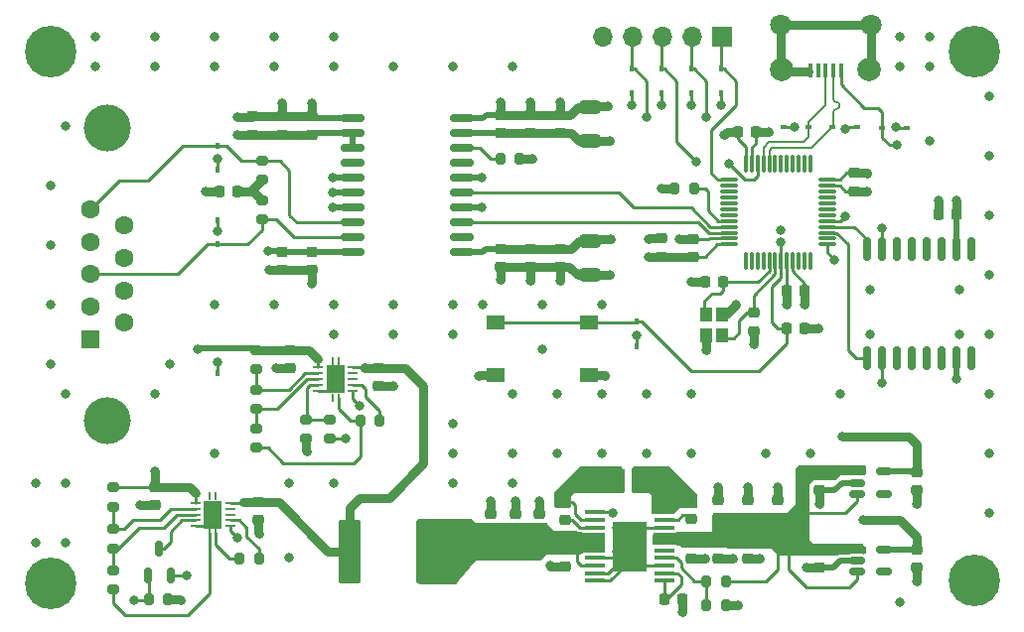
<source format=gtl>
G04 #@! TF.GenerationSoftware,KiCad,Pcbnew,6.0.11+dfsg-1*
G04 #@! TF.CreationDate,2024-04-01T21:29:23-07:00*
G04 #@! TF.ProjectId,car-logger,6361722d-6c6f-4676-9765-722e6b696361,v1*
G04 #@! TF.SameCoordinates,Original*
G04 #@! TF.FileFunction,Copper,L1,Top*
G04 #@! TF.FilePolarity,Positive*
%FSLAX46Y46*%
G04 Gerber Fmt 4.6, Leading zero omitted, Abs format (unit mm)*
G04 Created by KiCad (PCBNEW 6.0.11+dfsg-1) date 2024-04-01 21:29:23*
%MOMM*%
%LPD*%
G01*
G04 APERTURE LIST*
G04 Aperture macros list*
%AMRoundRect*
0 Rectangle with rounded corners*
0 $1 Rounding radius*
0 $2 $3 $4 $5 $6 $7 $8 $9 X,Y pos of 4 corners*
0 Add a 4 corners polygon primitive as box body*
4,1,4,$2,$3,$4,$5,$6,$7,$8,$9,$2,$3,0*
0 Add four circle primitives for the rounded corners*
1,1,$1+$1,$2,$3*
1,1,$1+$1,$4,$5*
1,1,$1+$1,$6,$7*
1,1,$1+$1,$8,$9*
0 Add four rect primitives between the rounded corners*
20,1,$1+$1,$2,$3,$4,$5,0*
20,1,$1+$1,$4,$5,$6,$7,0*
20,1,$1+$1,$6,$7,$8,$9,0*
20,1,$1+$1,$8,$9,$2,$3,0*%
G04 Aperture macros list end*
G04 #@! TA.AperFunction,SMDPad,CuDef*
%ADD10RoundRect,0.200000X-0.275000X0.200000X-0.275000X-0.200000X0.275000X-0.200000X0.275000X0.200000X0*%
G04 #@! TD*
G04 #@! TA.AperFunction,SMDPad,CuDef*
%ADD11R,0.600000X0.450000*%
G04 #@! TD*
G04 #@! TA.AperFunction,SMDPad,CuDef*
%ADD12RoundRect,0.225000X-0.225000X-0.250000X0.225000X-0.250000X0.225000X0.250000X-0.225000X0.250000X0*%
G04 #@! TD*
G04 #@! TA.AperFunction,SMDPad,CuDef*
%ADD13RoundRect,0.075000X0.075000X-0.662500X0.075000X0.662500X-0.075000X0.662500X-0.075000X-0.662500X0*%
G04 #@! TD*
G04 #@! TA.AperFunction,SMDPad,CuDef*
%ADD14RoundRect,0.075000X0.662500X-0.075000X0.662500X0.075000X-0.662500X0.075000X-0.662500X-0.075000X0*%
G04 #@! TD*
G04 #@! TA.AperFunction,SMDPad,CuDef*
%ADD15R,0.450000X0.600000*%
G04 #@! TD*
G04 #@! TA.AperFunction,SMDPad,CuDef*
%ADD16RoundRect,0.225000X0.225000X0.250000X-0.225000X0.250000X-0.225000X-0.250000X0.225000X-0.250000X0*%
G04 #@! TD*
G04 #@! TA.AperFunction,SMDPad,CuDef*
%ADD17RoundRect,0.225000X-0.250000X0.225000X-0.250000X-0.225000X0.250000X-0.225000X0.250000X0.225000X0*%
G04 #@! TD*
G04 #@! TA.AperFunction,SMDPad,CuDef*
%ADD18RoundRect,0.225000X0.250000X-0.225000X0.250000X0.225000X-0.250000X0.225000X-0.250000X-0.225000X0*%
G04 #@! TD*
G04 #@! TA.AperFunction,ComponentPad*
%ADD19R,1.700000X1.700000*%
G04 #@! TD*
G04 #@! TA.AperFunction,ComponentPad*
%ADD20O,1.700000X1.700000*%
G04 #@! TD*
G04 #@! TA.AperFunction,SMDPad,CuDef*
%ADD21R,0.850000X0.280000*%
G04 #@! TD*
G04 #@! TA.AperFunction,SMDPad,CuDef*
%ADD22R,0.280000X0.700000*%
G04 #@! TD*
G04 #@! TA.AperFunction,SMDPad,CuDef*
%ADD23R,1.650000X2.400000*%
G04 #@! TD*
G04 #@! TA.AperFunction,SMDPad,CuDef*
%ADD24RoundRect,0.200000X0.275000X-0.200000X0.275000X0.200000X-0.275000X0.200000X-0.275000X-0.200000X0*%
G04 #@! TD*
G04 #@! TA.AperFunction,SMDPad,CuDef*
%ADD25RoundRect,0.250000X0.650000X-0.325000X0.650000X0.325000X-0.650000X0.325000X-0.650000X-0.325000X0*%
G04 #@! TD*
G04 #@! TA.AperFunction,SMDPad,CuDef*
%ADD26R,1.550000X1.300000*%
G04 #@! TD*
G04 #@! TA.AperFunction,SMDPad,CuDef*
%ADD27RoundRect,0.250000X-0.375000X-0.850000X0.375000X-0.850000X0.375000X0.850000X-0.375000X0.850000X0*%
G04 #@! TD*
G04 #@! TA.AperFunction,SMDPad,CuDef*
%ADD28RoundRect,0.200000X0.200000X0.275000X-0.200000X0.275000X-0.200000X-0.275000X0.200000X-0.275000X0*%
G04 #@! TD*
G04 #@! TA.AperFunction,SMDPad,CuDef*
%ADD29RoundRect,0.150000X-0.512500X-0.150000X0.512500X-0.150000X0.512500X0.150000X-0.512500X0.150000X0*%
G04 #@! TD*
G04 #@! TA.AperFunction,SMDPad,CuDef*
%ADD30RoundRect,0.200000X-0.200000X-0.275000X0.200000X-0.275000X0.200000X0.275000X-0.200000X0.275000X0*%
G04 #@! TD*
G04 #@! TA.AperFunction,SMDPad,CuDef*
%ADD31RoundRect,0.150000X0.150000X-0.512500X0.150000X0.512500X-0.150000X0.512500X-0.150000X-0.512500X0*%
G04 #@! TD*
G04 #@! TA.AperFunction,SMDPad,CuDef*
%ADD32RoundRect,0.150000X0.875000X0.150000X-0.875000X0.150000X-0.875000X-0.150000X0.875000X-0.150000X0*%
G04 #@! TD*
G04 #@! TA.AperFunction,SMDPad,CuDef*
%ADD33RoundRect,0.250000X-0.650000X0.325000X-0.650000X-0.325000X0.650000X-0.325000X0.650000X0.325000X0*%
G04 #@! TD*
G04 #@! TA.AperFunction,ComponentPad*
%ADD34C,0.700000*%
G04 #@! TD*
G04 #@! TA.AperFunction,ComponentPad*
%ADD35C,4.400000*%
G04 #@! TD*
G04 #@! TA.AperFunction,SMDPad,CuDef*
%ADD36RoundRect,0.150000X-0.150000X0.875000X-0.150000X-0.875000X0.150000X-0.875000X0.150000X0.875000X0*%
G04 #@! TD*
G04 #@! TA.AperFunction,SMDPad,CuDef*
%ADD37R,1.000000X1.150000*%
G04 #@! TD*
G04 #@! TA.AperFunction,SMDPad,CuDef*
%ADD38RoundRect,0.250000X-0.712500X-2.475000X0.712500X-2.475000X0.712500X2.475000X-0.712500X2.475000X0*%
G04 #@! TD*
G04 #@! TA.AperFunction,SMDPad,CuDef*
%ADD39R,0.450000X1.300000*%
G04 #@! TD*
G04 #@! TA.AperFunction,ComponentPad*
%ADD40C,2.000000*%
G04 #@! TD*
G04 #@! TA.AperFunction,ComponentPad*
%ADD41C,1.800000*%
G04 #@! TD*
G04 #@! TA.AperFunction,ComponentPad*
%ADD42C,4.000000*%
G04 #@! TD*
G04 #@! TA.AperFunction,ComponentPad*
%ADD43R,1.600000X1.600000*%
G04 #@! TD*
G04 #@! TA.AperFunction,ComponentPad*
%ADD44C,1.600000*%
G04 #@! TD*
G04 #@! TA.AperFunction,SMDPad,CuDef*
%ADD45R,1.780000X0.420000*%
G04 #@! TD*
G04 #@! TA.AperFunction,SMDPad,CuDef*
%ADD46R,3.000000X4.200000*%
G04 #@! TD*
G04 #@! TA.AperFunction,ViaPad*
%ADD47C,0.800000*%
G04 #@! TD*
G04 #@! TA.AperFunction,Conductor*
%ADD48C,0.500000*%
G04 #@! TD*
G04 #@! TA.AperFunction,Conductor*
%ADD49C,0.250000*%
G04 #@! TD*
G04 #@! TA.AperFunction,Conductor*
%ADD50C,0.750000*%
G04 #@! TD*
G04 #@! TA.AperFunction,Conductor*
%ADD51C,0.200000*%
G04 #@! TD*
G04 APERTURE END LIST*
D10*
X103073984Y-102997000D03*
X103073984Y-104647000D03*
D11*
X160240000Y-68740000D03*
X162340000Y-68740000D03*
D12*
X150101000Y-108966000D03*
X151651000Y-108966000D03*
D13*
X157020000Y-80132500D03*
X157520000Y-80132500D03*
X158020000Y-80132500D03*
X158520000Y-80132500D03*
X159020000Y-80132500D03*
X159520000Y-80132500D03*
X160020000Y-80132500D03*
X160520000Y-80132500D03*
X161020000Y-80132500D03*
X161520000Y-80132500D03*
X162020000Y-80132500D03*
X162520000Y-80132500D03*
D14*
X163932500Y-78720000D03*
X163932500Y-78220000D03*
X163932500Y-77720000D03*
X163932500Y-77220000D03*
X163932500Y-76720000D03*
X163932500Y-76220000D03*
X163932500Y-75720000D03*
X163932500Y-75220000D03*
X163932500Y-74720000D03*
X163932500Y-74220000D03*
X163932500Y-73720000D03*
X163932500Y-73220000D03*
D13*
X162520000Y-71807500D03*
X162020000Y-71807500D03*
X161520000Y-71807500D03*
X161020000Y-71807500D03*
X160520000Y-71807500D03*
X160020000Y-71807500D03*
X159520000Y-71807500D03*
X159020000Y-71807500D03*
X158520000Y-71807500D03*
X158020000Y-71807500D03*
X157520000Y-71807500D03*
X157020000Y-71807500D03*
D14*
X155607500Y-73220000D03*
X155607500Y-73720000D03*
X155607500Y-74220000D03*
X155607500Y-74720000D03*
X155607500Y-75220000D03*
X155607500Y-75720000D03*
X155607500Y-76220000D03*
X155607500Y-76720000D03*
X155607500Y-77220000D03*
X155607500Y-77720000D03*
X155607500Y-78220000D03*
X155607500Y-78720000D03*
D15*
X147674516Y-87410000D03*
X147674516Y-85310000D03*
D16*
X155080000Y-81915000D03*
X153530000Y-81915000D03*
D17*
X152400000Y-100571000D03*
X152400000Y-102121000D03*
D18*
X152527000Y-79775000D03*
X152527000Y-78225000D03*
D17*
X157226000Y-103973420D03*
X157226000Y-105523420D03*
X138680000Y-79094420D03*
X138680000Y-80644420D03*
X154686000Y-103973420D03*
X154686000Y-105523420D03*
D16*
X113710000Y-74197900D03*
X112160000Y-74197900D03*
D11*
X170765000Y-68750000D03*
X168665000Y-68750000D03*
D19*
X155000000Y-61020000D03*
D20*
X152460000Y-61020000D03*
X149920000Y-61020000D03*
X147380000Y-61020000D03*
X144840000Y-61020000D03*
D17*
X141220000Y-79094420D03*
X141220000Y-80644420D03*
X152400000Y-104012500D03*
X152400000Y-105562500D03*
D10*
X103073984Y-99441000D03*
X103073984Y-101091000D03*
D17*
X171577000Y-98158000D03*
X171577000Y-99708000D03*
X139446000Y-101714000D03*
X139446000Y-103264000D03*
D18*
X117490000Y-69355000D03*
X117490000Y-67805000D03*
D15*
X111985000Y-76627900D03*
X111985000Y-78727900D03*
D10*
X115265484Y-94425000D03*
X115265484Y-96075000D03*
D21*
X120578484Y-89225710D03*
X120578484Y-89725710D03*
X120578484Y-90225710D03*
X120578484Y-90725710D03*
X120578484Y-91225710D03*
X123528484Y-91225710D03*
X123528484Y-90725710D03*
X123528484Y-90225710D03*
X123528484Y-89725710D03*
X123528484Y-89225710D03*
D22*
X122303484Y-88675710D03*
X122303484Y-91775710D03*
X121803484Y-91775710D03*
X121803484Y-88675710D03*
D23*
X122053484Y-90225710D03*
D18*
X137414000Y-103264000D03*
X137414000Y-101714000D03*
D17*
X118160984Y-87760710D03*
X118160984Y-89310710D03*
D24*
X115795000Y-73215000D03*
X115795000Y-71565000D03*
D25*
X143760000Y-69914420D03*
X143760000Y-66964420D03*
D18*
X141605000Y-102248000D03*
X141605000Y-100698000D03*
D15*
X149860000Y-65820000D03*
X149860000Y-63720000D03*
X111985000Y-72377900D03*
X111985000Y-70277900D03*
D26*
X143675000Y-89880000D03*
X135725000Y-89880000D03*
X135725000Y-85380000D03*
X143675000Y-85380000D03*
D17*
X125743484Y-89240710D03*
X125743484Y-90790710D03*
D18*
X138680000Y-69214420D03*
X138680000Y-67664420D03*
D27*
X145864000Y-98806000D03*
X148014000Y-98806000D03*
D17*
X163322000Y-104762000D03*
X163322000Y-106312000D03*
D24*
X121539000Y-95313000D03*
X121539000Y-93663000D03*
D18*
X141220000Y-69214420D03*
X141220000Y-67664420D03*
D10*
X103073984Y-106504500D03*
X103073984Y-108154500D03*
D16*
X162065000Y-82677000D03*
X160515000Y-82677000D03*
D15*
X154940000Y-65820000D03*
X154940000Y-63720000D03*
D17*
X115476484Y-100699500D03*
X115476484Y-102249500D03*
D28*
X125793000Y-93726000D03*
X124143000Y-93726000D03*
D29*
X166502500Y-104750000D03*
X166502500Y-105700000D03*
X166502500Y-106650000D03*
X168777500Y-106650000D03*
X168777500Y-104750000D03*
D28*
X155320000Y-107442000D03*
X153670000Y-107442000D03*
D10*
X115265484Y-87710710D03*
X115265484Y-89360710D03*
D21*
X110121484Y-100764500D03*
X110121484Y-101264500D03*
X110121484Y-101764500D03*
X110121484Y-102264500D03*
X110121484Y-102764500D03*
X113071484Y-102764500D03*
X113071484Y-102264500D03*
X113071484Y-101764500D03*
X113071484Y-101264500D03*
X113071484Y-100764500D03*
D22*
X111846484Y-103314500D03*
X111846484Y-100214500D03*
X111346484Y-103314500D03*
X111346484Y-100214500D03*
D23*
X111596484Y-101764500D03*
D30*
X106109000Y-109027000D03*
X107759000Y-109027000D03*
X153670000Y-109474000D03*
X155320000Y-109474000D03*
D24*
X115795000Y-76580000D03*
X115795000Y-74930000D03*
D11*
X166500000Y-68740000D03*
X164400000Y-68740000D03*
D10*
X119557516Y-93663000D03*
X119557516Y-95313000D03*
D18*
X149860000Y-79769000D03*
X149860000Y-78219000D03*
D10*
X115265484Y-91123000D03*
X115265484Y-92773000D03*
D17*
X171577000Y-104762000D03*
X171577000Y-106312000D03*
D18*
X120030000Y-69355000D03*
X120030000Y-67805000D03*
D17*
X117490000Y-79357100D03*
X117490000Y-80907100D03*
D31*
X106081484Y-106928500D03*
X107981484Y-106928500D03*
X107031484Y-104653500D03*
D15*
X112014000Y-89696000D03*
X112014000Y-87596000D03*
D16*
X175019000Y-76165000D03*
X173469000Y-76165000D03*
D28*
X137731000Y-71374000D03*
X136081000Y-71374000D03*
D12*
X156324000Y-69088000D03*
X157874000Y-69088000D03*
X160515000Y-85852000D03*
X162065000Y-85852000D03*
D28*
X115506000Y-105537000D03*
X113856000Y-105537000D03*
D17*
X166243000Y-72631000D03*
X166243000Y-74181000D03*
X141605000Y-104635000D03*
X141605000Y-106185000D03*
X163322000Y-98144420D03*
X163322000Y-99694420D03*
D18*
X135255000Y-103264000D03*
X135255000Y-101714000D03*
D32*
X132810000Y-79375000D03*
X132810000Y-78105000D03*
X132810000Y-76835000D03*
X132810000Y-75565000D03*
X132810000Y-74295000D03*
X132810000Y-73025000D03*
X132810000Y-71755000D03*
X132810000Y-70485000D03*
X132810000Y-69215000D03*
X132810000Y-67945000D03*
X123510000Y-67945000D03*
X123510000Y-69215000D03*
X123510000Y-70485000D03*
X123510000Y-71755000D03*
X123510000Y-73025000D03*
X123510000Y-74295000D03*
X123510000Y-75565000D03*
X123510000Y-76835000D03*
X123510000Y-78105000D03*
X123510000Y-79375000D03*
D15*
X152400000Y-65820000D03*
X152400000Y-63720000D03*
D28*
X152590000Y-73914000D03*
X150940000Y-73914000D03*
D33*
X143760000Y-78394420D03*
X143760000Y-81344420D03*
D15*
X147320000Y-65820000D03*
X147320000Y-63720000D03*
D34*
X97790000Y-60580000D03*
X96623274Y-61063274D03*
X99440000Y-62230000D03*
D35*
X97790000Y-62230000D03*
D34*
X96623274Y-63396726D03*
X98956726Y-63396726D03*
X96140000Y-62230000D03*
X98956726Y-61063274D03*
X97790000Y-63880000D03*
D17*
X106680000Y-99428000D03*
X106680000Y-100978000D03*
X157734000Y-84569000D03*
X157734000Y-86119000D03*
D36*
X176209516Y-79135000D03*
X174939516Y-79135000D03*
X173669516Y-79135000D03*
X172399516Y-79135000D03*
X171129516Y-79135000D03*
X169859516Y-79135000D03*
X168589516Y-79135000D03*
X167319516Y-79135000D03*
X167319516Y-88435000D03*
X168589516Y-88435000D03*
X169859516Y-88435000D03*
X171129516Y-88435000D03*
X172399516Y-88435000D03*
X173669516Y-88435000D03*
X174939516Y-88435000D03*
X176209516Y-88435000D03*
D17*
X120030000Y-79357100D03*
X120030000Y-80907100D03*
D18*
X136140000Y-69214420D03*
X136140000Y-67664420D03*
X154686000Y-102121000D03*
X154686000Y-100571000D03*
X157226000Y-102050420D03*
X157226000Y-100500420D03*
D34*
X174814516Y-62230000D03*
X175297790Y-61063274D03*
X178114516Y-62230000D03*
D35*
X176464516Y-62230000D03*
D34*
X177631242Y-63396726D03*
X176464516Y-60580000D03*
X177631242Y-61063274D03*
X175297790Y-63396726D03*
X176464516Y-63880000D03*
D18*
X159766000Y-102051000D03*
X159766000Y-100501000D03*
X114950000Y-69355000D03*
X114950000Y-67805000D03*
D34*
X97724516Y-105960000D03*
X96074516Y-107610000D03*
X98891242Y-106443274D03*
X96557790Y-106443274D03*
X99374516Y-107610000D03*
X97724516Y-109260000D03*
X98891242Y-108776726D03*
D35*
X97724516Y-107610000D03*
D34*
X96557790Y-108776726D03*
D37*
X153605000Y-84723000D03*
X153605000Y-86473000D03*
X155005000Y-86473000D03*
X155005000Y-84723000D03*
D38*
X123231500Y-104902000D03*
X130006500Y-104902000D03*
D29*
X166502500Y-98110000D03*
X166502500Y-99060000D03*
X166502500Y-100010000D03*
X168777500Y-100010000D03*
X168777500Y-98110000D03*
D34*
X177631242Y-106193274D03*
X174814516Y-107360000D03*
X175297790Y-106193274D03*
X177631242Y-108526726D03*
X178114516Y-107360000D03*
D35*
X176464516Y-107360000D03*
D34*
X175297790Y-108526726D03*
X176464516Y-109010000D03*
X176464516Y-105710000D03*
D39*
X165130000Y-63870000D03*
X164480000Y-63870000D03*
X163830000Y-63870000D03*
X163180000Y-63870000D03*
X162530000Y-63870000D03*
D40*
X160105000Y-63820000D03*
D41*
X159955000Y-60020000D03*
D40*
X167555000Y-63820000D03*
D41*
X167705000Y-60020000D03*
D42*
X102604185Y-93755000D03*
X102604185Y-68755000D03*
D43*
X101184185Y-86795000D03*
D44*
X101184185Y-84025000D03*
X101184185Y-81255000D03*
X101184185Y-78485000D03*
X101184185Y-75715000D03*
X104024185Y-85410000D03*
X104024185Y-82640000D03*
X104024185Y-79870000D03*
X104024185Y-77100000D03*
D17*
X136110000Y-79094420D03*
X136110000Y-80644420D03*
D45*
X144130000Y-101569420D03*
X144130000Y-102219420D03*
X144130000Y-102869420D03*
X144130000Y-103519420D03*
X144130000Y-104169420D03*
X144130000Y-104819420D03*
X144130000Y-105469420D03*
X144130000Y-106119420D03*
X144130000Y-106769420D03*
X144130000Y-107419420D03*
X150070000Y-107419420D03*
X150070000Y-106769420D03*
X150070000Y-106119420D03*
X150070000Y-105469420D03*
X150070000Y-104819420D03*
X150070000Y-104169420D03*
X150070000Y-103519420D03*
X150070000Y-102869420D03*
X150070000Y-102219420D03*
X150070000Y-101569420D03*
D46*
X147100000Y-104494420D03*
D47*
X145542000Y-78232000D03*
X155194000Y-69342000D03*
X167386000Y-72644000D03*
X175006000Y-74930000D03*
X138811000Y-71374000D03*
X162052000Y-83820000D03*
X148590000Y-67818000D03*
X165227000Y-95123000D03*
X148717000Y-79756000D03*
X144780000Y-83820000D03*
X152400000Y-91440000D03*
X132080000Y-63500000D03*
X167386000Y-74168000D03*
X175006000Y-90170000D03*
X177800000Y-76200000D03*
X136144000Y-66548000D03*
X148590000Y-91440000D03*
X121920000Y-60960000D03*
X106680000Y-60960000D03*
X132080000Y-93980000D03*
X177800000Y-86360000D03*
X97790000Y-78740000D03*
X137160000Y-91440000D03*
X177800000Y-71120000D03*
X141224000Y-81788000D03*
X157734000Y-87249000D03*
X160528000Y-83820000D03*
X136110000Y-81754000D03*
X127000000Y-86360000D03*
X140970000Y-96520000D03*
X107950000Y-88900000D03*
X159766000Y-99441000D03*
X109347000Y-106934000D03*
X177800000Y-91440000D03*
X173482000Y-74930000D03*
X160020000Y-77470000D03*
X105410000Y-100965000D03*
X116840000Y-60960000D03*
X148082000Y-104902000D03*
X167640000Y-86360000D03*
X132080000Y-86360000D03*
X172720000Y-60960000D03*
X149860000Y-66802000D03*
X153670000Y-87757000D03*
X171577000Y-100838000D03*
X172720000Y-63500000D03*
X159004000Y-69088000D03*
X121920000Y-99060000D03*
X97790000Y-73660000D03*
X152400000Y-96520000D03*
X111760000Y-63500000D03*
X135255000Y-100584000D03*
X171577000Y-107442000D03*
X148590000Y-96520000D03*
X113665000Y-103759000D03*
X169799000Y-68707000D03*
X161163000Y-68707000D03*
X144780000Y-91440000D03*
X101600000Y-60960000D03*
X132080000Y-83820000D03*
X127000000Y-90805000D03*
X149860000Y-73914000D03*
X134493000Y-73025000D03*
X134493000Y-75565000D03*
X101600000Y-63500000D03*
X158750000Y-96520000D03*
X137160000Y-99060000D03*
X163195000Y-85852000D03*
X165100000Y-91440000D03*
X121920000Y-63500000D03*
X140335000Y-106159000D03*
X152400000Y-66802000D03*
X137414000Y-100584000D03*
X158242000Y-105537000D03*
X154686000Y-99441000D03*
X111760000Y-96520000D03*
X97790000Y-83820000D03*
X121920000Y-83820000D03*
X175260000Y-82550000D03*
X139700000Y-83820000D03*
X116967000Y-89281000D03*
X162179000Y-106299000D03*
X118110000Y-105410000D03*
X147696701Y-86491299D03*
X106680000Y-63500000D03*
X163322000Y-100838000D03*
X177800000Y-96520000D03*
X99060000Y-91440000D03*
X112014000Y-77597000D03*
X134239000Y-89916000D03*
X137160000Y-96520000D03*
X97790000Y-88900000D03*
X99060000Y-68580000D03*
X145669000Y-101600000D03*
X145288000Y-66929000D03*
X119634000Y-96393000D03*
X145415000Y-81280000D03*
X112014000Y-71374000D03*
X108839000Y-109093000D03*
X147320000Y-66802000D03*
X177800000Y-66040000D03*
X170180000Y-63500000D03*
X157226000Y-99441000D03*
X146050000Y-104902000D03*
X162560000Y-96520000D03*
X118110000Y-99060000D03*
X154940000Y-66802000D03*
X177800000Y-81280000D03*
X152400000Y-81915000D03*
X116840000Y-83820000D03*
X148717000Y-78232000D03*
X99060000Y-99060000D03*
X138684000Y-81788000D03*
X99060000Y-104140000D03*
X145034000Y-89916000D03*
X156337000Y-109474000D03*
X127000000Y-63500000D03*
X147066000Y-106045000D03*
X134620000Y-83820000D03*
X141224000Y-66548000D03*
X132080000Y-96520000D03*
X151638000Y-110109000D03*
X172720000Y-69850000D03*
X146050000Y-102870000D03*
X170180000Y-109220000D03*
X96520000Y-104140000D03*
X111760000Y-83820000D03*
X96520000Y-99060000D03*
X147066000Y-103886000D03*
X124079000Y-92456000D03*
X148082000Y-102870000D03*
X115570000Y-103378000D03*
X111760000Y-60960000D03*
X116840000Y-63500000D03*
X170180000Y-60960000D03*
X127000000Y-83820000D03*
X106680000Y-91440000D03*
X139446000Y-100584000D03*
X175260000Y-86360000D03*
X167640000Y-82550000D03*
X139700000Y-87630000D03*
X144780000Y-96520000D03*
X155909500Y-105537000D03*
X153543000Y-105537000D03*
X165481000Y-68834000D03*
X112014000Y-88773000D03*
X138684000Y-66548000D03*
X137160000Y-63500000D03*
X177800000Y-101600000D03*
X156210000Y-83820000D03*
X151384000Y-78232000D03*
X140970000Y-91440000D03*
X121920000Y-86360000D03*
X132080000Y-99060000D03*
X152781000Y-71628000D03*
X160020000Y-78486000D03*
X145415000Y-69850000D03*
X167005000Y-102235000D03*
X110270000Y-87664000D03*
X122936000Y-95250000D03*
X104902000Y-109093000D03*
X169926000Y-70231000D03*
X106680000Y-98044000D03*
X113665000Y-69342000D03*
X116332000Y-79248000D03*
X110998000Y-74168000D03*
X121793000Y-75565000D03*
X116362000Y-80899000D03*
X121793000Y-74295000D03*
X113665000Y-67818000D03*
X120015000Y-82042000D03*
X117475000Y-66675000D03*
X121793000Y-73025000D03*
X120015000Y-66675000D03*
X153670000Y-67818000D03*
X155629079Y-71827921D03*
X168656000Y-77343000D03*
X164592000Y-80010000D03*
X168656000Y-90551000D03*
X165481000Y-76327000D03*
D48*
X134620000Y-79375000D02*
X134874000Y-79121000D01*
X174939516Y-77530516D02*
X175019000Y-77451032D01*
D49*
X147540000Y-63720000D02*
X148590000Y-64770000D01*
D48*
X134874000Y-79121000D02*
X136083420Y-79121000D01*
D50*
X171577000Y-98158000D02*
X171577000Y-95758000D01*
D49*
X163932500Y-73220000D02*
X165032000Y-73220000D01*
D50*
X143922420Y-78232000D02*
X143760000Y-78394420D01*
D49*
X165032000Y-73220000D02*
X165621000Y-72631000D01*
D50*
X141220000Y-79094420D02*
X142139580Y-79094420D01*
X142139580Y-79094420D02*
X142839580Y-78394420D01*
D49*
X147320000Y-63720000D02*
X147320000Y-61080000D01*
D50*
X145542000Y-78232000D02*
X143922420Y-78232000D01*
D49*
X148590000Y-67310000D02*
X148590000Y-67818000D01*
X165621000Y-72631000D02*
X166243000Y-72631000D01*
X154579000Y-78720000D02*
X153524000Y-79775000D01*
D48*
X168777500Y-98110000D02*
X171529000Y-98110000D01*
D50*
X148730000Y-79769000D02*
X148717000Y-79756000D01*
X149860000Y-79769000D02*
X152521000Y-79769000D01*
X171577000Y-95758000D02*
X170942000Y-95123000D01*
X162065000Y-82677000D02*
X162065000Y-83807000D01*
D48*
X175019000Y-77451032D02*
X175019000Y-76165000D01*
D50*
X155194000Y-69342000D02*
X155448000Y-69088000D01*
X155448000Y-69088000D02*
X156324000Y-69088000D01*
X166243000Y-72631000D02*
X167373000Y-72631000D01*
X170942000Y-95123000D02*
X165227000Y-95123000D01*
D49*
X155607500Y-78720000D02*
X154579000Y-78720000D01*
X157020000Y-71807500D02*
X157020000Y-70406000D01*
X153524000Y-79775000D02*
X152527000Y-79775000D01*
D50*
X175019000Y-76165000D02*
X175019000Y-74943000D01*
X138680000Y-79094420D02*
X141220000Y-79094420D01*
X162065000Y-83807000D02*
X162052000Y-83820000D01*
X142839580Y-78394420D02*
X143760000Y-78394420D01*
X137731000Y-71374000D02*
X138811000Y-71374000D01*
D49*
X157020000Y-70406000D02*
X156324000Y-69710000D01*
D50*
X136110000Y-79094420D02*
X138680000Y-79094420D01*
X167373000Y-72631000D02*
X167386000Y-72644000D01*
D49*
X162065000Y-82055000D02*
X162065000Y-82677000D01*
X161020000Y-80132500D02*
X161020000Y-81010000D01*
X161020000Y-81010000D02*
X162065000Y-82055000D01*
D48*
X132810000Y-79375000D02*
X134620000Y-79375000D01*
D49*
X147320000Y-63720000D02*
X147540000Y-63720000D01*
D50*
X149860000Y-79769000D02*
X148730000Y-79769000D01*
D48*
X174939516Y-79135000D02*
X174939516Y-77530516D01*
D49*
X148590000Y-64770000D02*
X148590000Y-67310000D01*
X156324000Y-69710000D02*
X156324000Y-69088000D01*
D50*
X175019000Y-74943000D02*
X175006000Y-74930000D01*
X144998000Y-89880000D02*
X145034000Y-89916000D01*
X153530000Y-81915000D02*
X152400000Y-81915000D01*
D48*
X132810000Y-73025000D02*
X134493000Y-73025000D01*
X141220000Y-81784000D02*
X141224000Y-81788000D01*
D49*
X165494000Y-74181000D02*
X166243000Y-74181000D01*
D50*
X141220000Y-80644420D02*
X141985420Y-80644420D01*
X160230001Y-63945001D02*
X162380000Y-63945001D01*
X143760000Y-81344420D02*
X145350580Y-81344420D01*
X105423000Y-100978000D02*
X105410000Y-100965000D01*
D49*
X123528484Y-91225710D02*
X123528484Y-91905484D01*
X113071484Y-103165484D02*
X113665000Y-103759000D01*
D50*
X171577000Y-106312000D02*
X171577000Y-107442000D01*
X135255000Y-101714000D02*
X135255000Y-100584000D01*
D49*
X147674516Y-87410000D02*
X147674516Y-86513484D01*
X112014000Y-72263000D02*
X112014000Y-71374000D01*
D50*
X154686000Y-105523420D02*
X155895920Y-105523420D01*
X138680000Y-67664420D02*
X138680000Y-66552000D01*
X138680000Y-67664420D02*
X141220000Y-67664420D01*
D48*
X132810000Y-75565000D02*
X134493000Y-75565000D01*
D50*
X141985420Y-80644420D02*
X142685420Y-81344420D01*
X141220000Y-80644420D02*
X141220000Y-81784000D01*
X151391000Y-78225000D02*
X151384000Y-78232000D01*
X141220000Y-67664420D02*
X141220000Y-66552000D01*
D49*
X123528484Y-91905484D02*
X124079000Y-92456000D01*
D50*
X143675000Y-89880000D02*
X144998000Y-89880000D01*
X136110000Y-80644420D02*
X136110000Y-81754000D01*
X151651000Y-108966000D02*
X151651000Y-110096000D01*
X166243000Y-74181000D02*
X167373000Y-74181000D01*
X134275000Y-89880000D02*
X134239000Y-89916000D01*
X148730000Y-78219000D02*
X148717000Y-78232000D01*
D49*
X154940000Y-65820000D02*
X154940000Y-66802000D01*
D50*
X118160984Y-89310710D02*
X116996710Y-89310710D01*
D48*
X166502500Y-105700000D02*
X165064000Y-105700000D01*
X134900580Y-67664420D02*
X136140000Y-67664420D01*
D49*
X147320000Y-65820000D02*
X147320000Y-66802000D01*
X144130000Y-106769420D02*
X145230000Y-106769420D01*
D50*
X141220000Y-67664420D02*
X142012580Y-67664420D01*
X125743484Y-90790710D02*
X126985710Y-90790710D01*
X171577000Y-99708000D02*
X171577000Y-100838000D01*
X160515000Y-82677000D02*
X160515000Y-83807000D01*
X108773000Y-109027000D02*
X108839000Y-109093000D01*
D49*
X145437580Y-107419420D02*
X147100000Y-105757000D01*
X160515000Y-81547000D02*
X160520000Y-81542000D01*
D50*
X119557516Y-96316516D02*
X119634000Y-96393000D01*
D48*
X164452000Y-106312000D02*
X163322000Y-106312000D01*
D49*
X157874000Y-70091000D02*
X157874000Y-69088000D01*
D50*
X157226000Y-100500420D02*
X157226000Y-99441000D01*
D49*
X165575000Y-68740000D02*
X165481000Y-68834000D01*
X160240000Y-68740000D02*
X161130000Y-68740000D01*
D50*
X167705000Y-60020000D02*
X167705000Y-63670000D01*
D48*
X136140000Y-66552000D02*
X136144000Y-66548000D01*
X165064000Y-105700000D02*
X164452000Y-106312000D01*
D50*
X160515000Y-83807000D02*
X160528000Y-83820000D01*
X159955000Y-60020000D02*
X159955000Y-63670000D01*
D48*
X174939516Y-90103516D02*
X175006000Y-90170000D01*
D50*
X152527000Y-78225000D02*
X151391000Y-78225000D01*
D49*
X152400000Y-65820000D02*
X152400000Y-66802000D01*
D50*
X153605000Y-86473000D02*
X153605000Y-87692000D01*
D49*
X111985000Y-77568000D02*
X112014000Y-77597000D01*
D50*
X159955000Y-60020000D02*
X167705000Y-60020000D01*
D49*
X170765000Y-68750000D02*
X169842000Y-68750000D01*
D50*
X150940000Y-73914000D02*
X149860000Y-73914000D01*
X158228420Y-105523420D02*
X158242000Y-105537000D01*
D49*
X160520000Y-81542000D02*
X160520000Y-80132500D01*
D50*
X173469000Y-74943000D02*
X173482000Y-74930000D01*
X115476484Y-102249500D02*
X115476484Y-103284484D01*
D49*
X150070000Y-106119420D02*
X147140420Y-106119420D01*
X150070000Y-102869420D02*
X148082580Y-102869420D01*
D48*
X141220000Y-66552000D02*
X141224000Y-66548000D01*
D50*
X136140000Y-67664420D02*
X138680000Y-67664420D01*
D49*
X161130000Y-68740000D02*
X161163000Y-68707000D01*
D50*
X149860000Y-78219000D02*
X148730000Y-78219000D01*
X137414000Y-101714000D02*
X137414000Y-100584000D01*
D48*
X174939516Y-88435000D02*
X174939516Y-90103516D01*
D50*
X140361000Y-106185000D02*
X140335000Y-106159000D01*
D49*
X157520000Y-70445000D02*
X157874000Y-70091000D01*
D50*
X115476484Y-103284484D02*
X115570000Y-103378000D01*
X155307000Y-84723000D02*
X156210000Y-83820000D01*
X155895920Y-105523420D02*
X155909500Y-105537000D01*
X142712580Y-66964420D02*
X143760000Y-66964420D01*
X135725000Y-89880000D02*
X134275000Y-89880000D01*
X173469000Y-76165000D02*
X173469000Y-74943000D01*
X156337000Y-109474000D02*
X155320000Y-109474000D01*
X141220000Y-80644420D02*
X138680000Y-80644420D01*
D49*
X166500000Y-68740000D02*
X165575000Y-68740000D01*
D48*
X164592580Y-99694420D02*
X163322000Y-99694420D01*
D49*
X157520000Y-71807500D02*
X157520000Y-70445000D01*
D50*
X151651000Y-110096000D02*
X151638000Y-110109000D01*
D49*
X144130000Y-101569420D02*
X145638420Y-101569420D01*
D50*
X154686000Y-100571000D02*
X154686000Y-99441000D01*
X152400000Y-105562500D02*
X153517500Y-105562500D01*
D49*
X112014000Y-88773000D02*
X112014000Y-89696000D01*
D50*
X155005000Y-84723000D02*
X155307000Y-84723000D01*
X139446000Y-101714000D02*
X139446000Y-100584000D01*
X119557516Y-95313000D02*
X119557516Y-96316516D01*
D49*
X165033000Y-73720000D02*
X165494000Y-74181000D01*
D50*
X143795420Y-66929000D02*
X143760000Y-66964420D01*
D49*
X160515000Y-82677000D02*
X160515000Y-81547000D01*
X144130000Y-105469420D02*
X146125000Y-105469420D01*
D50*
X142012580Y-67664420D02*
X142712580Y-66964420D01*
D49*
X155607500Y-78220000D02*
X153936000Y-78220000D01*
D50*
X145288000Y-66929000D02*
X143795420Y-66929000D01*
D49*
X109341500Y-106928500D02*
X109347000Y-106934000D01*
D48*
X165227000Y-99060000D02*
X164592580Y-99694420D01*
X138680000Y-81784000D02*
X138684000Y-81788000D01*
D49*
X149860000Y-65820000D02*
X149860000Y-66802000D01*
X144130000Y-107419420D02*
X145437580Y-107419420D01*
D50*
X159766000Y-100501000D02*
X159766000Y-99441000D01*
X141605000Y-106185000D02*
X140361000Y-106185000D01*
D49*
X169842000Y-68750000D02*
X169799000Y-68707000D01*
D50*
X157226000Y-105523420D02*
X158228420Y-105523420D01*
X136140000Y-67664420D02*
X136140000Y-66552000D01*
X106680000Y-100978000D02*
X105423000Y-100978000D01*
X142685420Y-81344420D02*
X143760000Y-81344420D01*
X157734000Y-86119000D02*
X157734000Y-87249000D01*
D49*
X163932500Y-73720000D02*
X165033000Y-73720000D01*
D50*
X167373000Y-74181000D02*
X167386000Y-74168000D01*
D48*
X134620000Y-67945000D02*
X134900580Y-67664420D01*
D50*
X157874000Y-69088000D02*
X159004000Y-69088000D01*
D49*
X153924000Y-78232000D02*
X152534000Y-78232000D01*
D48*
X132810000Y-67945000D02*
X134620000Y-67945000D01*
D50*
X138680000Y-80644420D02*
X136110000Y-80644420D01*
D49*
X107981484Y-106928500D02*
X109341500Y-106928500D01*
X147674516Y-86513484D02*
X147696701Y-86491299D01*
D50*
X126985710Y-90790710D02*
X127000000Y-90805000D01*
X107759000Y-109027000D02*
X108773000Y-109027000D01*
X153605000Y-87692000D02*
X153670000Y-87757000D01*
X163322000Y-99694420D02*
X163322000Y-100838000D01*
X145350580Y-81344420D02*
X145415000Y-81280000D01*
D48*
X138680000Y-66552000D02*
X138684000Y-66548000D01*
D49*
X145230000Y-106769420D02*
X147100000Y-104899420D01*
X145638420Y-101569420D02*
X145669000Y-101600000D01*
D48*
X166502500Y-99060000D02*
X165227000Y-99060000D01*
D50*
X162065000Y-85852000D02*
X163195000Y-85852000D01*
D49*
X113071484Y-102764500D02*
X113071484Y-103165484D01*
D50*
X116996710Y-89310710D02*
X116967000Y-89281000D01*
D49*
X111985000Y-76627900D02*
X111985000Y-77568000D01*
D50*
X162192000Y-106312000D02*
X162179000Y-106299000D01*
X138680000Y-80644420D02*
X138680000Y-81784000D01*
X163322000Y-106312000D02*
X162192000Y-106312000D01*
D49*
X153936000Y-78220000D02*
X153924000Y-78232000D01*
X158115000Y-89535000D02*
X160515000Y-87135000D01*
X159258000Y-85344000D02*
X159766000Y-85852000D01*
X147674516Y-85310000D02*
X148175000Y-85310000D01*
X151130000Y-64770000D02*
X151130000Y-69977000D01*
X160020000Y-81534000D02*
X159258000Y-82296000D01*
X159766000Y-85852000D02*
X160515000Y-85852000D01*
X159258000Y-82296000D02*
X159258000Y-85344000D01*
X150080000Y-63720000D02*
X151130000Y-64770000D01*
X160020000Y-80132500D02*
X160020000Y-81534000D01*
X152400000Y-89535000D02*
X158115000Y-89535000D01*
X135725000Y-85380000D02*
X143675000Y-85380000D01*
X151130000Y-69977000D02*
X152781000Y-71628000D01*
X160020000Y-78486000D02*
X160020000Y-80132500D01*
X160515000Y-87135000D02*
X160515000Y-85852000D01*
X149860000Y-63720000D02*
X150080000Y-63720000D01*
X148175000Y-85310000D02*
X152400000Y-89535000D01*
X149860000Y-63720000D02*
X149860000Y-61080000D01*
X143675000Y-85380000D02*
X147604516Y-85380000D01*
X154122000Y-82931000D02*
X154813000Y-82931000D01*
X155080000Y-82664000D02*
X155080000Y-81915000D01*
X153505000Y-83548000D02*
X154122000Y-82931000D01*
X155080000Y-81915000D02*
X158040685Y-81915000D01*
X159020000Y-80935685D02*
X159020000Y-80132500D01*
X154813000Y-82931000D02*
X155080000Y-82664000D01*
X153505000Y-84498000D02*
X153505000Y-83548000D01*
X158040685Y-81915000D02*
X159020000Y-80935685D01*
X157112000Y-84569000D02*
X156464000Y-85217000D01*
X155999000Y-86698000D02*
X155105000Y-86698000D01*
X156464000Y-85217000D02*
X156464000Y-86233000D01*
X156464000Y-86233000D02*
X155999000Y-86698000D01*
X159520000Y-80132500D02*
X159520000Y-81272000D01*
X159520000Y-81272000D02*
X157734000Y-83058000D01*
X157734000Y-83058000D02*
X157734000Y-84569000D01*
X157734000Y-84569000D02*
X157112000Y-84569000D01*
D50*
X141220000Y-69214420D02*
X142112420Y-69214420D01*
X142812420Y-69914420D02*
X143760000Y-69914420D01*
D48*
X168777500Y-104750000D02*
X171565000Y-104750000D01*
D50*
X171577000Y-103632000D02*
X171577000Y-104762000D01*
X138680000Y-69214420D02*
X141220000Y-69214420D01*
X142112420Y-69214420D02*
X142812420Y-69914420D01*
X136140000Y-69214420D02*
X138680000Y-69214420D01*
D48*
X132810000Y-69215000D02*
X136139420Y-69215000D01*
D50*
X167005000Y-102235000D02*
X170180000Y-102235000D01*
X170180000Y-102235000D02*
X171577000Y-103632000D01*
X143824420Y-69850000D02*
X143760000Y-69914420D01*
X145415000Y-69850000D02*
X143824420Y-69850000D01*
D49*
X120578484Y-89225710D02*
X120578484Y-88574484D01*
D48*
X110338000Y-87596000D02*
X112014000Y-87596000D01*
D49*
X120578484Y-88574484D02*
X120523000Y-88519000D01*
X122873000Y-95313000D02*
X122936000Y-95250000D01*
X106043000Y-109093000D02*
X106109000Y-109027000D01*
D50*
X115265484Y-87710710D02*
X118110984Y-87710710D01*
D48*
X110270000Y-87664000D02*
X110338000Y-87596000D01*
D50*
X118160984Y-87760710D02*
X119764710Y-87760710D01*
D49*
X104902000Y-109093000D02*
X106043000Y-109093000D01*
X121539000Y-95313000D02*
X122873000Y-95313000D01*
X106109000Y-109027000D02*
X106109000Y-106956016D01*
D50*
X119764710Y-87760710D02*
X120523000Y-88519000D01*
D48*
X112014000Y-87596000D02*
X115150774Y-87596000D01*
D49*
X106109000Y-106956016D02*
X106081484Y-106928500D01*
X110121484Y-99961484D02*
X110121484Y-100764500D01*
X167132000Y-67056000D02*
X168275000Y-67056000D01*
X110109000Y-99949000D02*
X110121484Y-99961484D01*
X168665000Y-69605000D02*
X168665000Y-68750000D01*
X169291000Y-70231000D02*
X168665000Y-69605000D01*
X168656000Y-67437000D02*
X168656000Y-68741000D01*
D50*
X106680000Y-99428000D02*
X109588000Y-99428000D01*
D49*
X165130000Y-63870000D02*
X165130000Y-65054000D01*
X165130000Y-65054000D02*
X167132000Y-67056000D01*
X168275000Y-67056000D02*
X168656000Y-67437000D01*
X106680000Y-99428000D02*
X103086984Y-99428000D01*
D50*
X106680000Y-98044000D02*
X106680000Y-99428000D01*
X109588000Y-99428000D02*
X110109000Y-99949000D01*
D49*
X169926000Y-70231000D02*
X169291000Y-70231000D01*
D50*
X114184500Y-100699500D02*
X114173000Y-100711000D01*
D49*
X114119500Y-100764500D02*
X114173000Y-100711000D01*
D50*
X129540000Y-97409000D02*
X126619000Y-100330000D01*
X127975710Y-89240710D02*
X129540000Y-90805000D01*
X115476484Y-100699500D02*
X114184500Y-100699500D01*
X126619000Y-100330000D02*
X124079000Y-100330000D01*
X115476484Y-100699500D02*
X117209500Y-100699500D01*
D49*
X123528484Y-89225710D02*
X124515290Y-89225710D01*
D50*
X124530290Y-89240710D02*
X124515290Y-89225710D01*
X124079000Y-100330000D02*
X123231500Y-101177500D01*
X125743484Y-89240710D02*
X124530290Y-89240710D01*
X129540000Y-90805000D02*
X129540000Y-97409000D01*
X125743484Y-89240710D02*
X127975710Y-89240710D01*
D49*
X113071484Y-100764500D02*
X114119500Y-100764500D01*
D50*
X121412000Y-104902000D02*
X123231500Y-104902000D01*
X117209500Y-100699500D02*
X121412000Y-104902000D01*
X123231500Y-101177500D02*
X123231500Y-104902000D01*
D49*
X142621000Y-105791000D02*
X142621000Y-105029000D01*
X144130000Y-106119420D02*
X142949420Y-106119420D01*
X142949420Y-106119420D02*
X142621000Y-105791000D01*
X142240000Y-102235000D02*
X141618000Y-102235000D01*
X144130000Y-102869420D02*
X142874420Y-102869420D01*
X142874420Y-102869420D02*
X142240000Y-102235000D01*
X142494000Y-100965000D02*
X142227000Y-100698000D01*
X142227000Y-100698000D02*
X141605000Y-100698000D01*
X142494000Y-101723420D02*
X142494000Y-100965000D01*
X142990000Y-102219420D02*
X142494000Y-101723420D01*
X144130000Y-102219420D02*
X142990000Y-102219420D01*
X150070000Y-102219420D02*
X151251458Y-102219420D01*
X151638000Y-101832878D02*
X152111878Y-101832878D01*
X151251458Y-102219420D02*
X151638000Y-101832878D01*
X151219420Y-106769420D02*
X151511000Y-107061000D01*
X151511000Y-107061000D02*
X151511000Y-107696000D01*
X150070000Y-106769420D02*
X151219420Y-106769420D01*
X150101000Y-108966000D02*
X150101000Y-107450420D01*
X151511000Y-107696000D02*
X150241000Y-108966000D01*
D50*
X117490000Y-69355000D02*
X120030000Y-69355000D01*
D48*
X123510000Y-70485000D02*
X123510000Y-69215000D01*
X113678000Y-69355000D02*
X113665000Y-69342000D01*
X117490000Y-79357100D02*
X120030000Y-79357100D01*
D50*
X114950000Y-69355000D02*
X113678000Y-69355000D01*
X114950000Y-69355000D02*
X117490000Y-69355000D01*
D48*
X116332000Y-79248000D02*
X117380900Y-79248000D01*
X123510000Y-69215000D02*
X120170000Y-69215000D01*
X120030000Y-79357100D02*
X123492100Y-79357100D01*
D50*
X113665000Y-67818000D02*
X114937000Y-67818000D01*
X112160000Y-74197900D02*
X111027900Y-74197900D01*
D48*
X123510000Y-75565000D02*
X121793000Y-75565000D01*
D50*
X117490000Y-67805000D02*
X120030000Y-67805000D01*
D48*
X120015000Y-66675000D02*
X120030000Y-66690000D01*
D50*
X120030000Y-66690000D02*
X120030000Y-67805000D01*
X114950000Y-67805000D02*
X117490000Y-67805000D01*
X117490000Y-66690000D02*
X117490000Y-67805000D01*
X111027900Y-74197900D02*
X110998000Y-74168000D01*
D48*
X123510000Y-73025000D02*
X121793000Y-73025000D01*
X117475000Y-66675000D02*
X117490000Y-66690000D01*
D50*
X117490000Y-80907100D02*
X120030000Y-80907100D01*
D48*
X123510000Y-74295000D02*
X121793000Y-74295000D01*
X123510000Y-67945000D02*
X120170000Y-67945000D01*
X120015000Y-82042000D02*
X120030000Y-82027000D01*
D50*
X116362000Y-80899000D02*
X117481900Y-80899000D01*
X120030000Y-82027000D02*
X120030000Y-80907100D01*
X114812100Y-74197900D02*
X115795000Y-73215000D01*
X115062900Y-74197900D02*
X115795000Y-74930000D01*
X113710000Y-74197900D02*
X115062900Y-74197900D01*
X113710000Y-74197900D02*
X114812100Y-74197900D01*
D49*
X156210000Y-64770000D02*
X156210000Y-66802000D01*
X154627000Y-73220000D02*
X155607500Y-73220000D01*
X154940000Y-63720000D02*
X154940000Y-61080000D01*
X154940000Y-63720000D02*
X155160000Y-63720000D01*
X156210000Y-66802000D02*
X154051000Y-68961000D01*
X155160000Y-63720000D02*
X156210000Y-64770000D01*
X154051000Y-68961000D02*
X154051000Y-72644000D01*
X154051000Y-72644000D02*
X154627000Y-73220000D01*
X111985000Y-78727900D02*
X114566100Y-78727900D01*
X108610000Y-81255000D02*
X111137100Y-78727900D01*
X118491000Y-78105000D02*
X123510000Y-78105000D01*
X111137100Y-78727900D02*
X111985000Y-78727900D01*
X116966000Y-76580000D02*
X118491000Y-78105000D01*
X114566100Y-78727900D02*
X115795000Y-77499000D01*
X115795000Y-77499000D02*
X115795000Y-76580000D01*
X101184185Y-81255000D02*
X108610000Y-81255000D01*
X115795000Y-76580000D02*
X116966000Y-76580000D01*
D51*
X162340000Y-69562000D02*
X161925000Y-69977000D01*
X159004000Y-69977000D02*
X158520000Y-70461000D01*
X163830000Y-66799999D02*
X163830000Y-63870000D01*
X162340000Y-68740000D02*
X162340000Y-68289999D01*
X162340000Y-68289999D02*
X163830000Y-66799999D01*
X161925000Y-69977000D02*
X159004000Y-69977000D01*
X162340000Y-68740000D02*
X162340000Y-69562000D01*
X158520000Y-70461000D02*
X158520000Y-71807500D01*
D49*
X156953157Y-73152000D02*
X157734000Y-73152000D01*
X152620000Y-63720000D02*
X152400000Y-63720000D01*
X153670000Y-67818000D02*
X153670000Y-64770000D01*
X157734000Y-73152000D02*
X158020000Y-72866000D01*
X158020000Y-72866000D02*
X158020000Y-71807500D01*
X153670000Y-64770000D02*
X152620000Y-63720000D01*
X152400000Y-63720000D02*
X152400000Y-61080000D01*
X155629079Y-71827921D02*
X156953157Y-73152000D01*
D51*
X164745714Y-67174713D02*
X164745713Y-67174713D01*
X159258000Y-70485000D02*
X159020000Y-70723000D01*
X165026427Y-66855426D02*
X165026427Y-66894000D01*
X164400000Y-68740000D02*
X162655000Y-70485000D01*
X164465000Y-67455426D02*
X164465000Y-67494000D01*
X162655000Y-70485000D02*
X159258000Y-70485000D01*
X164465000Y-63885000D02*
X164465000Y-66294000D01*
X164465000Y-67494000D02*
X164465000Y-68675000D01*
X164745713Y-66574713D02*
X164745714Y-66574713D01*
X159020000Y-70723000D02*
X159020000Y-71807500D01*
X164465013Y-67455426D02*
G75*
G02*
X164745713Y-67174713I280687J26D01*
G01*
X164745713Y-66574700D02*
G75*
G02*
X164465000Y-66294000I-13J280700D01*
G01*
X164745714Y-67174727D02*
G75*
G03*
X165026427Y-66894000I-14J280727D01*
G01*
X165026387Y-66855426D02*
G75*
G03*
X164745714Y-66574713I-280687J26D01*
G01*
D49*
X101184185Y-75715000D02*
X103620185Y-73279000D01*
X118745000Y-76835000D02*
X123510000Y-76835000D01*
X109046100Y-70277900D02*
X111985000Y-70277900D01*
X117285000Y-71565000D02*
X118110000Y-72390000D01*
X103620185Y-73279000D02*
X106045000Y-73279000D01*
X118110000Y-72390000D02*
X118110000Y-76200000D01*
X111985000Y-70277900D02*
X112712900Y-70277900D01*
X118110000Y-76200000D02*
X118745000Y-76835000D01*
X115795000Y-71565000D02*
X117285000Y-71565000D01*
X114000000Y-71565000D02*
X115795000Y-71565000D01*
X112712900Y-70277900D02*
X114000000Y-71565000D01*
X106045000Y-73279000D02*
X109046100Y-70277900D01*
X107981484Y-104108516D02*
X107436500Y-104653500D01*
X107981484Y-103219516D02*
X107981484Y-104108516D01*
X110121484Y-102264500D02*
X108936500Y-102264500D01*
X108936500Y-102264500D02*
X107981484Y-103219516D01*
X107436500Y-104653500D02*
X107031484Y-104653500D01*
X153543000Y-73914000D02*
X152590000Y-73914000D01*
X155607500Y-76720000D02*
X154698000Y-76720000D01*
X154698000Y-76720000D02*
X153797000Y-75819000D01*
X153797000Y-75819000D02*
X153797000Y-74168000D01*
X153797000Y-74168000D02*
X153543000Y-73914000D01*
X119557516Y-93663000D02*
X121539000Y-93663000D01*
X119863484Y-90725710D02*
X120578484Y-90725710D01*
X119583484Y-91005710D02*
X119863484Y-90725710D01*
X119583484Y-93663000D02*
X119583484Y-91005710D01*
X120578484Y-89725710D02*
X119443290Y-89725710D01*
X119443290Y-89725710D02*
X118046000Y-91123000D01*
X118046000Y-91123000D02*
X115265484Y-91123000D01*
X115265484Y-91123000D02*
X115265484Y-89360710D01*
X120578484Y-90225710D02*
X119579686Y-90225710D01*
X117032396Y-92773000D02*
X115265484Y-92773000D01*
X119579686Y-90225710D02*
X117032396Y-92773000D01*
X115265484Y-92773000D02*
X115265484Y-94425000D01*
X124143000Y-93726000D02*
X124143000Y-96837000D01*
X120578484Y-91225710D02*
X121245290Y-91225710D01*
X116268000Y-96075000D02*
X115265484Y-96075000D01*
X124143000Y-93726000D02*
X123317000Y-93726000D01*
X123571000Y-97409000D02*
X117602000Y-97409000D01*
X123317000Y-93726000D02*
X122303484Y-92712484D01*
X117602000Y-97409000D02*
X116268000Y-96075000D01*
X124143000Y-96837000D02*
X123571000Y-97409000D01*
X122303484Y-92712484D02*
X122303484Y-91775710D01*
X103073984Y-101091000D02*
X103073984Y-102997000D01*
X104013000Y-102997000D02*
X104775000Y-102235000D01*
X104775000Y-102235000D02*
X107061000Y-102235000D01*
X107061000Y-102235000D02*
X108031500Y-101264500D01*
X103073984Y-102997000D02*
X104013000Y-102997000D01*
X108031500Y-101264500D02*
X110121484Y-101264500D01*
X103506000Y-104647000D02*
X103073984Y-104647000D01*
X105283000Y-102870000D02*
X103506000Y-104647000D01*
X103073984Y-104647000D02*
X103073984Y-106504500D01*
X108548198Y-101764500D02*
X107442698Y-102870000D01*
X110121484Y-101764500D02*
X108548198Y-101764500D01*
X107442698Y-102870000D02*
X105283000Y-102870000D01*
X111346484Y-108490516D02*
X111346484Y-103314500D01*
X109474000Y-110363000D02*
X111346484Y-108490516D01*
X103073984Y-108154500D02*
X103073984Y-109296984D01*
X111846484Y-103314500D02*
X111846484Y-104353484D01*
X113030000Y-105537000D02*
X113856000Y-105537000D01*
X110121484Y-102764500D02*
X111654500Y-102764500D01*
X103073984Y-109296984D02*
X104140000Y-110363000D01*
X111846484Y-104353484D02*
X113030000Y-105537000D01*
X104140000Y-110363000D02*
X109474000Y-110363000D01*
X111654500Y-102764500D02*
X111760000Y-102870000D01*
X124587000Y-91059000D02*
X124587000Y-91694000D01*
X124253710Y-90725710D02*
X124587000Y-91059000D01*
X123528484Y-90725710D02*
X124253710Y-90725710D01*
X124587000Y-91694000D02*
X125793000Y-92900000D01*
X125793000Y-92900000D02*
X125793000Y-93726000D01*
X114427000Y-103632000D02*
X115506000Y-104711000D01*
X113821500Y-102264500D02*
X114427000Y-102870000D01*
X114427000Y-102870000D02*
X114427000Y-103632000D01*
X113071484Y-102264500D02*
X113821500Y-102264500D01*
X115506000Y-104711000D02*
X115506000Y-105537000D01*
X153670000Y-107442000D02*
X152654000Y-107442000D01*
X153670000Y-109474000D02*
X153670000Y-107442000D01*
X151090420Y-105469420D02*
X150070000Y-105469420D01*
X152654000Y-107442000D02*
X151511000Y-106299000D01*
X151511000Y-105890000D02*
X151090420Y-105469420D01*
X151511000Y-106299000D02*
X151511000Y-105890000D01*
X135255000Y-71374000D02*
X136081000Y-71374000D01*
X132810000Y-70485000D02*
X134366000Y-70485000D01*
X134366000Y-70485000D02*
X135255000Y-71374000D01*
X163932500Y-79350500D02*
X164592000Y-80010000D01*
X163932500Y-78720000D02*
X163932500Y-79350500D01*
X168656000Y-77343000D02*
X168656000Y-79068516D01*
X165735000Y-78719315D02*
X165735000Y-87757000D01*
X163932500Y-77720000D02*
X164735685Y-77720000D01*
X165735000Y-87757000D02*
X166413000Y-88435000D01*
X166413000Y-88435000D02*
X167319516Y-88435000D01*
X164735685Y-77720000D02*
X165735000Y-78719315D01*
X163932500Y-77220000D02*
X166247000Y-77220000D01*
X166247000Y-77220000D02*
X167319516Y-78292516D01*
X165088000Y-76720000D02*
X165481000Y-76327000D01*
X163932500Y-76720000D02*
X165088000Y-76720000D01*
X168656000Y-90551000D02*
X168656000Y-88501484D01*
X152359213Y-75565000D02*
X147447000Y-75565000D01*
X154014213Y-77220000D02*
X152359213Y-75565000D01*
X155607500Y-77220000D02*
X154014213Y-77220000D01*
X147447000Y-75565000D02*
X146177000Y-74295000D01*
X146177000Y-74295000D02*
X132810000Y-74295000D01*
X152992817Y-76835000D02*
X132810000Y-76835000D01*
X153877817Y-77720000D02*
X152992817Y-76835000D01*
X155607500Y-77720000D02*
X153877817Y-77720000D01*
X166502500Y-100578500D02*
X165481000Y-101600000D01*
D48*
X166502500Y-104750000D02*
X163334000Y-104750000D01*
D49*
X165481000Y-101600000D02*
X162306000Y-101600000D01*
D48*
X163322000Y-98144420D02*
X166468080Y-98144420D01*
D49*
X160655000Y-106426000D02*
X160655000Y-104775000D01*
X155320000Y-107442000D02*
X158750000Y-107442000D01*
X158750000Y-107442000D02*
X159766000Y-106426000D01*
X159766000Y-106426000D02*
X159766000Y-104394000D01*
X166502500Y-106650000D02*
X166502500Y-107309500D01*
X166502500Y-107309500D02*
X165862000Y-107950000D01*
X162179000Y-107950000D02*
X160655000Y-106426000D01*
X166502500Y-100010000D02*
X166502500Y-100578500D01*
X165862000Y-107950000D02*
X162179000Y-107950000D01*
G04 #@! TA.AperFunction,Conductor*
G36*
X146446931Y-97683002D02*
G01*
X146467905Y-97699905D01*
X146648095Y-97880095D01*
X146682121Y-97942407D01*
X146685000Y-97969190D01*
X146685000Y-99769810D01*
X146664998Y-99837931D01*
X146648095Y-99858905D01*
X146594905Y-99912095D01*
X146532593Y-99946121D01*
X146505810Y-99949000D01*
X142367000Y-99949000D01*
X142113000Y-100203000D01*
X142113000Y-101039810D01*
X142092998Y-101107931D01*
X142076095Y-101128905D01*
X142022905Y-101182095D01*
X141960593Y-101216121D01*
X141933810Y-101219000D01*
X140895190Y-101219000D01*
X140827069Y-101198998D01*
X140806095Y-101182095D01*
X140752905Y-101128905D01*
X140718879Y-101066593D01*
X140716000Y-101039810D01*
X140716000Y-99874190D01*
X140736002Y-99806069D01*
X140752905Y-99785095D01*
X142838095Y-97699905D01*
X142900407Y-97665879D01*
X142927190Y-97663000D01*
X146378810Y-97663000D01*
X146446931Y-97683002D01*
G37*
G04 #@! TD.AperFunction*
G04 #@! TA.AperFunction,Conductor*
G36*
X167147931Y-97556002D02*
G01*
X167168905Y-97572905D01*
X167222095Y-97626095D01*
X167256121Y-97688407D01*
X167259000Y-97715190D01*
X167259000Y-98245810D01*
X167238998Y-98313931D01*
X167222095Y-98334905D01*
X167168905Y-98388095D01*
X167106593Y-98422121D01*
X167079810Y-98425000D01*
X165100000Y-98425000D01*
X164755905Y-98769095D01*
X164693593Y-98803121D01*
X164666810Y-98806000D01*
X162814000Y-98806000D01*
X162433000Y-99187000D01*
X162433000Y-103886000D01*
X162814000Y-104267000D01*
X166952810Y-104267000D01*
X167020931Y-104287002D01*
X167041905Y-104303905D01*
X167222095Y-104484095D01*
X167256121Y-104546407D01*
X167259000Y-104573190D01*
X167259000Y-104976810D01*
X167238998Y-105044931D01*
X167222095Y-105065905D01*
X167174817Y-105113183D01*
X167112505Y-105147209D01*
X167066014Y-105148537D01*
X167051732Y-105146275D01*
X167051723Y-105146274D01*
X167046834Y-105145500D01*
X165958166Y-105145500D01*
X165863445Y-105160502D01*
X165854612Y-105165003D01*
X165854611Y-105165003D01*
X165821710Y-105181767D01*
X165764507Y-105195500D01*
X165134630Y-105195500D01*
X165122622Y-105194158D01*
X165122582Y-105194654D01*
X165113631Y-105193934D01*
X165104877Y-105191953D01*
X165074430Y-105193842D01*
X165051607Y-105195258D01*
X165043805Y-105195500D01*
X165027774Y-105195500D01*
X165017541Y-105196965D01*
X165007489Y-105197995D01*
X164978085Y-105199820D01*
X164969601Y-105200346D01*
X164969600Y-105200346D01*
X164960642Y-105200902D01*
X164952199Y-105203950D01*
X164948920Y-105204629D01*
X164933055Y-105208584D01*
X164929831Y-105209527D01*
X164920948Y-105210799D01*
X164912779Y-105214513D01*
X164912773Y-105214515D01*
X164878221Y-105230225D01*
X164868853Y-105234039D01*
X164824716Y-105249972D01*
X164817466Y-105255269D01*
X164814499Y-105256846D01*
X164796366Y-105267442D01*
X164789399Y-105270610D01*
X164788051Y-105267646D01*
X164735541Y-105283000D01*
X159945190Y-105283000D01*
X159877069Y-105262998D01*
X159856095Y-105246095D01*
X159258000Y-104648000D01*
X159106481Y-104647716D01*
X151687935Y-104633826D01*
X151619852Y-104613696D01*
X151601686Y-104599458D01*
X151397175Y-104406435D01*
X151384000Y-104394000D01*
X151133911Y-104394000D01*
X151082319Y-104378350D01*
X151081085Y-104381330D01*
X151069621Y-104376581D01*
X151059301Y-104369686D01*
X150985067Y-104354920D01*
X150858360Y-104354920D01*
X149238111Y-104354921D01*
X149169990Y-104334919D01*
X149149016Y-104318016D01*
X149134905Y-104303905D01*
X149100879Y-104241593D01*
X149098000Y-104214810D01*
X149098000Y-103459920D01*
X149118002Y-103391799D01*
X149171658Y-103345306D01*
X149224000Y-103333920D01*
X150834557Y-103333919D01*
X150985066Y-103333919D01*
X151020818Y-103326808D01*
X151047126Y-103321576D01*
X151047128Y-103321575D01*
X151059301Y-103319154D01*
X151129520Y-103272234D01*
X151199521Y-103251000D01*
X154051000Y-103251000D01*
X154178000Y-103124000D01*
X154178000Y-101779190D01*
X154198002Y-101711069D01*
X154214905Y-101690095D01*
X154268095Y-101636905D01*
X154330407Y-101602879D01*
X154357190Y-101600000D01*
X160528000Y-101600000D01*
X161290000Y-100838000D01*
X161290000Y-97842190D01*
X161310002Y-97774069D01*
X161326905Y-97753095D01*
X161507095Y-97572905D01*
X161569407Y-97538879D01*
X161596190Y-97536000D01*
X167079810Y-97536000D01*
X167147931Y-97556002D01*
G37*
G04 #@! TD.AperFunction*
G04 #@! TA.AperFunction,Conductor*
G36*
X150510931Y-97683002D02*
G01*
X150531905Y-97699905D01*
X152871095Y-100039095D01*
X152905121Y-100101407D01*
X152908000Y-100128190D01*
X152908000Y-101039810D01*
X152887998Y-101107931D01*
X152871095Y-101128905D01*
X152817905Y-101182095D01*
X152755593Y-101216121D01*
X152728810Y-101219000D01*
X151384000Y-101219000D01*
X150912905Y-101690095D01*
X150850593Y-101724121D01*
X150823810Y-101727000D01*
X149150190Y-101727000D01*
X149082069Y-101706998D01*
X149061095Y-101690095D01*
X149007905Y-101636905D01*
X148973879Y-101574593D01*
X148971000Y-101547810D01*
X148971000Y-100076000D01*
X148844000Y-99949000D01*
X147499190Y-99949000D01*
X147431069Y-99928998D01*
X147410095Y-99912095D01*
X147356905Y-99858905D01*
X147322879Y-99796593D01*
X147320000Y-99769810D01*
X147320000Y-97842190D01*
X147340002Y-97774069D01*
X147356905Y-97753095D01*
X147410095Y-97699905D01*
X147472407Y-97665879D01*
X147499190Y-97663000D01*
X150442810Y-97663000D01*
X150510931Y-97683002D01*
G37*
G04 #@! TD.AperFunction*
G04 #@! TA.AperFunction,Conductor*
G36*
X133619931Y-102128002D02*
G01*
X133640905Y-102144905D01*
X133985000Y-102489000D01*
X140028810Y-102489000D01*
X140096931Y-102509002D01*
X140117905Y-102525905D01*
X140716000Y-103124000D01*
X142540269Y-103124000D01*
X142608390Y-103144002D01*
X142621727Y-103153872D01*
X142624683Y-103156377D01*
X142628364Y-103160058D01*
X142632592Y-103163079D01*
X142632595Y-103163082D01*
X142638060Y-103166987D01*
X142644074Y-103171285D01*
X142648800Y-103174833D01*
X142689067Y-103206576D01*
X142697704Y-103209609D01*
X142705154Y-103214933D01*
X142715130Y-103217917D01*
X142715131Y-103217917D01*
X142730466Y-103222503D01*
X142754269Y-103229622D01*
X142759906Y-103231454D01*
X142800787Y-103245810D01*
X142808271Y-103248438D01*
X142813836Y-103248920D01*
X142816544Y-103248920D01*
X142819178Y-103249034D01*
X142819276Y-103249063D01*
X142819269Y-103249227D01*
X142819973Y-103249271D01*
X142826198Y-103251133D01*
X142880055Y-103249017D01*
X142885002Y-103248920D01*
X142997366Y-103248920D01*
X143067367Y-103270154D01*
X143140699Y-103319154D01*
X143214933Y-103333920D01*
X143293975Y-103333920D01*
X144908000Y-103333919D01*
X144976121Y-103353921D01*
X145022614Y-103407577D01*
X145034000Y-103459919D01*
X145034000Y-104878920D01*
X145013998Y-104947041D01*
X144960342Y-104993534D01*
X144908000Y-105004920D01*
X143294000Y-105004921D01*
X143214934Y-105004921D01*
X143179182Y-105012032D01*
X143152874Y-105017264D01*
X143152872Y-105017265D01*
X143140699Y-105019686D01*
X143130379Y-105026581D01*
X143130378Y-105026582D01*
X143066834Y-105069041D01*
X143066832Y-105069043D01*
X143056516Y-105075936D01*
X143049623Y-105086252D01*
X143049621Y-105086254D01*
X143040435Y-105100002D01*
X142985958Y-105145530D01*
X142935670Y-105156000D01*
X140081000Y-105156000D01*
X139609905Y-105627095D01*
X139547593Y-105661121D01*
X139520810Y-105664000D01*
X133985000Y-105664000D01*
X132561018Y-107416593D01*
X132371818Y-107649455D01*
X132313338Y-107689711D01*
X132274028Y-107696000D01*
X129211190Y-107696000D01*
X129143069Y-107675998D01*
X129122095Y-107659095D01*
X128941905Y-107478905D01*
X128907879Y-107416593D01*
X128905000Y-107389810D01*
X128905000Y-102414190D01*
X128925002Y-102346069D01*
X128941905Y-102325095D01*
X129122095Y-102144905D01*
X129184407Y-102110879D01*
X129211190Y-102108000D01*
X133551810Y-102108000D01*
X133619931Y-102128002D01*
G37*
G04 #@! TD.AperFunction*
M02*

</source>
